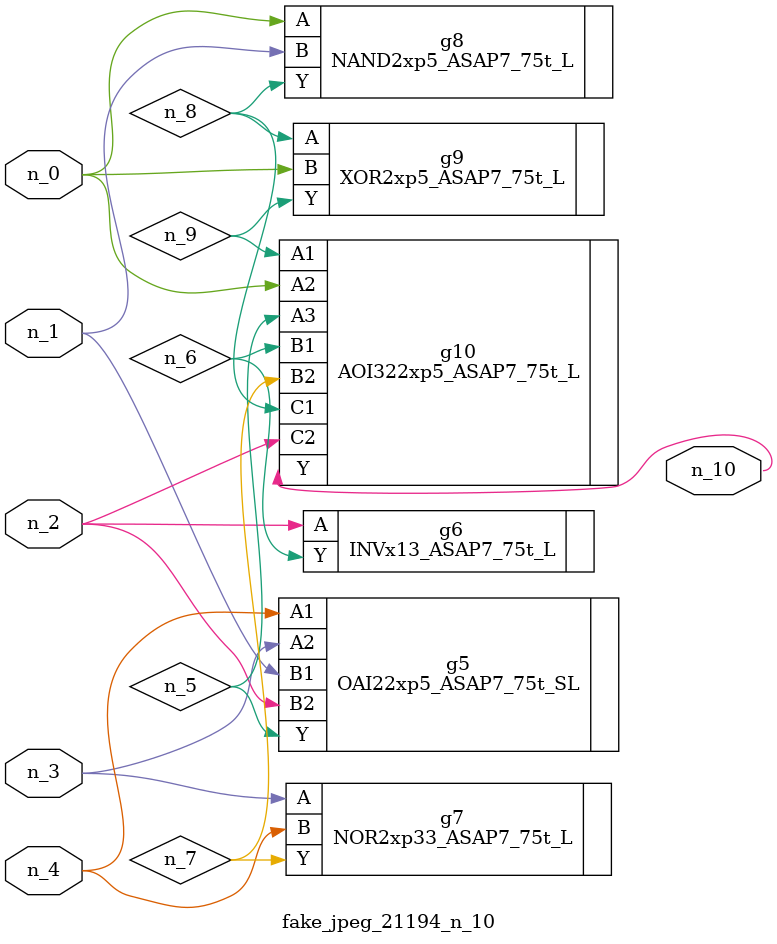
<source format=v>
module fake_jpeg_21194_n_10 (n_3, n_2, n_1, n_0, n_4, n_10);

input n_3;
input n_2;
input n_1;
input n_0;
input n_4;

output n_10;

wire n_8;
wire n_9;
wire n_6;
wire n_5;
wire n_7;

OAI22xp5_ASAP7_75t_SL g5 ( 
.A1(n_4),
.A2(n_3),
.B1(n_1),
.B2(n_2),
.Y(n_5)
);

INVx13_ASAP7_75t_L g6 ( 
.A(n_2),
.Y(n_6)
);

NOR2xp33_ASAP7_75t_L g7 ( 
.A(n_3),
.B(n_4),
.Y(n_7)
);

NAND2xp5_ASAP7_75t_L g8 ( 
.A(n_0),
.B(n_1),
.Y(n_8)
);

XOR2xp5_ASAP7_75t_L g9 ( 
.A(n_8),
.B(n_0),
.Y(n_9)
);

AOI322xp5_ASAP7_75t_L g10 ( 
.A1(n_9),
.A2(n_0),
.A3(n_5),
.B1(n_6),
.B2(n_7),
.C1(n_8),
.C2(n_2),
.Y(n_10)
);


endmodule
</source>
